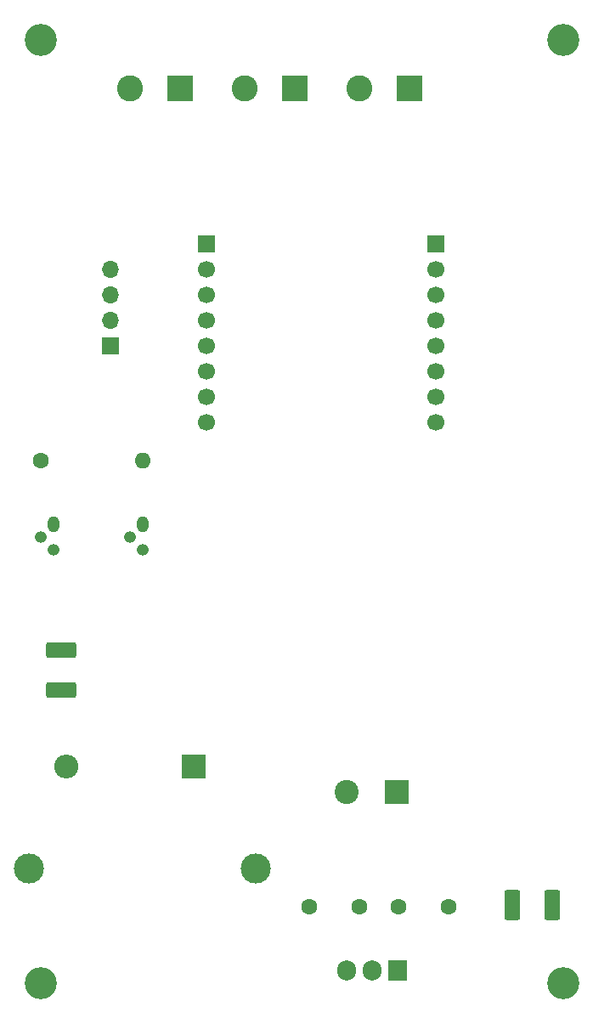
<source format=gbr>
%TF.GenerationSoftware,KiCad,Pcbnew,9.0.6*%
%TF.CreationDate,2025-11-15T16:36:52+01:00*%
%TF.ProjectId,mailbox_esp32_cam_v2_0,6d61696c-626f-4785-9f65-737033325f63,rev?*%
%TF.SameCoordinates,Original*%
%TF.FileFunction,Soldermask,Bot*%
%TF.FilePolarity,Negative*%
%FSLAX46Y46*%
G04 Gerber Fmt 4.6, Leading zero omitted, Abs format (unit mm)*
G04 Created by KiCad (PCBNEW 9.0.6) date 2025-11-15 16:36:52*
%MOMM*%
%LPD*%
G01*
G04 APERTURE LIST*
G04 Aperture macros list*
%AMRoundRect*
0 Rectangle with rounded corners*
0 $1 Rounding radius*
0 $2 $3 $4 $5 $6 $7 $8 $9 X,Y pos of 4 corners*
0 Add a 4 corners polygon primitive as box body*
4,1,4,$2,$3,$4,$5,$6,$7,$8,$9,$2,$3,0*
0 Add four circle primitives for the rounded corners*
1,1,$1+$1,$2,$3*
1,1,$1+$1,$4,$5*
1,1,$1+$1,$6,$7*
1,1,$1+$1,$8,$9*
0 Add four rect primitives between the rounded corners*
20,1,$1+$1,$2,$3,$4,$5,0*
20,1,$1+$1,$4,$5,$6,$7,0*
20,1,$1+$1,$6,$7,$8,$9,0*
20,1,$1+$1,$8,$9,$2,$3,0*%
G04 Aperture macros list end*
%ADD10C,3.200000*%
%ADD11O,1.200000X1.600000*%
%ADD12O,1.200000X1.200000*%
%ADD13R,2.400000X2.400000*%
%ADD14O,2.400000X2.400000*%
%ADD15C,3.000000*%
%ADD16C,2.400000*%
%ADD17C,1.600000*%
%ADD18R,2.600000X2.600000*%
%ADD19C,2.600000*%
%ADD20R,1.905000X2.000000*%
%ADD21O,1.905000X2.000000*%
%ADD22O,1.600000X1.600000*%
%ADD23RoundRect,0.250000X-1.250000X-0.550000X1.250000X-0.550000X1.250000X0.550000X-1.250000X0.550000X0*%
%ADD24R,1.700000X1.700000*%
%ADD25O,1.700000X1.700000*%
%ADD26C,1.700000*%
%ADD27RoundRect,0.250000X0.550000X-1.250000X0.550000X1.250000X-0.550000X1.250000X-0.550000X-1.250000X0*%
G04 APERTURE END LIST*
D10*
%TO.C,H1*%
X25400000Y-128270000D03*
%TD*%
D11*
%TO.C,Q2*%
X26670000Y-82550000D03*
D12*
X25400000Y-83820000D03*
X26670000Y-85090000D03*
%TD*%
D10*
%TO.C,H3*%
X77470000Y-34290000D03*
%TD*%
D13*
%TO.C,D5*%
X40640000Y-106680000D03*
D14*
X27940000Y-106680000D03*
%TD*%
D10*
%TO.C,H4*%
X77470000Y-128270000D03*
%TD*%
D15*
%TO.C,F1*%
X46860000Y-116840000D03*
X24260000Y-116840000D03*
%TD*%
D13*
%TO.C,C1*%
X60880000Y-109220000D03*
D16*
X55880000Y-109220000D03*
%TD*%
D17*
%TO.C,C3*%
X52150000Y-120650000D03*
X57150000Y-120650000D03*
%TD*%
D18*
%TO.C,J3*%
X50720000Y-39065000D03*
D19*
X45720000Y-39065000D03*
%TD*%
D20*
%TO.C,U2*%
X60960000Y-127000000D03*
D21*
X58420000Y-127000000D03*
X55880000Y-127000000D03*
%TD*%
D11*
%TO.C,Q1*%
X35560000Y-82550000D03*
D12*
X34290000Y-83820000D03*
X35560000Y-85090000D03*
%TD*%
D10*
%TO.C,H2*%
X25400000Y-34290000D03*
%TD*%
D18*
%TO.C,J1*%
X62150000Y-39065000D03*
D19*
X57150000Y-39065000D03*
%TD*%
D17*
%TO.C,C2*%
X66040000Y-120650000D03*
X61040000Y-120650000D03*
%TD*%
%TO.C,R4*%
X25400000Y-76200000D03*
D22*
X35560000Y-76200000D03*
%TD*%
D18*
%TO.C,J2*%
X39290000Y-39065000D03*
D19*
X34290000Y-39065000D03*
%TD*%
D23*
%TO.C,J6*%
X27440000Y-95060000D03*
X27440000Y-99060000D03*
%TD*%
D24*
%TO.C,J4*%
X32340000Y-64770000D03*
D25*
X32340000Y-62230000D03*
X32340000Y-59690000D03*
X32340000Y-57150000D03*
%TD*%
D26*
%TO.C,U1*%
X64770000Y-72390000D03*
X64770000Y-69850000D03*
X64770000Y-67310000D03*
X64770000Y-64770000D03*
X64770000Y-62230000D03*
X64770000Y-59690000D03*
X64770000Y-57150000D03*
D24*
X64770000Y-54610000D03*
X41910000Y-54610000D03*
D26*
X41910000Y-57150000D03*
X41910000Y-59690000D03*
X41910000Y-62230000D03*
X41910000Y-64770000D03*
X41910000Y-67310000D03*
X41910000Y-69850000D03*
X41910000Y-72390000D03*
%TD*%
D27*
%TO.C,J5*%
X72390000Y-120420000D03*
X76390000Y-120420000D03*
%TD*%
M02*

</source>
